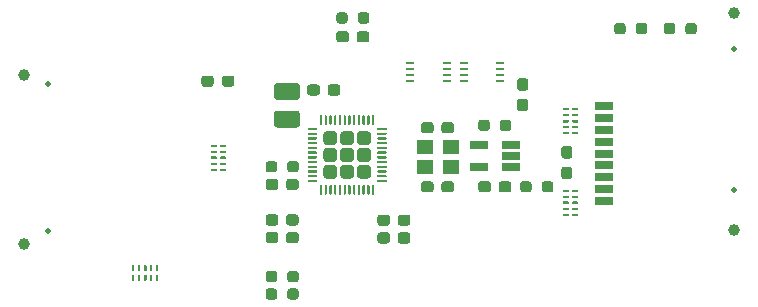
<source format=gbr>
G04 #@! TF.GenerationSoftware,KiCad,Pcbnew,5.1.10-6.fc33*
G04 #@! TF.CreationDate,2021-10-31T18:53:52+00:00*
G04 #@! TF.ProjectId,vl670,766c3637-302e-46b6-9963-61645f706362,rev?*
G04 #@! TF.SameCoordinates,Original*
G04 #@! TF.FileFunction,Paste,Top*
G04 #@! TF.FilePolarity,Positive*
%FSLAX46Y46*%
G04 Gerber Fmt 4.6, Leading zero omitted, Abs format (unit mm)*
G04 Created by KiCad (PCBNEW 5.1.10-6.fc33) date 2021-10-31 18:53:52*
%MOMM*%
%LPD*%
G01*
G04 APERTURE LIST*
%ADD10R,0.500000X0.250000*%
%ADD11R,0.250000X0.500000*%
%ADD12R,1.600000X0.700000*%
%ADD13R,0.750000X0.250000*%
%ADD14R,1.560000X0.650000*%
%ADD15R,1.400000X1.200000*%
%ADD16C,1.000000*%
%ADD17C,0.500000*%
G04 APERTURE END LIST*
G04 #@! TO.C,R1*
G36*
G01*
X195175000Y-133059277D02*
X195175000Y-133534277D01*
G75*
G02*
X194937500Y-133771777I-237500J0D01*
G01*
X194437500Y-133771777D01*
G75*
G02*
X194200000Y-133534277I0J237500D01*
G01*
X194200000Y-133059277D01*
G75*
G02*
X194437500Y-132821777I237500J0D01*
G01*
X194937500Y-132821777D01*
G75*
G02*
X195175000Y-133059277I0J-237500D01*
G01*
G37*
G36*
G01*
X197000000Y-133059277D02*
X197000000Y-133534277D01*
G75*
G02*
X196762500Y-133771777I-237500J0D01*
G01*
X196262500Y-133771777D01*
G75*
G02*
X196025000Y-133534277I0J237500D01*
G01*
X196025000Y-133059277D01*
G75*
G02*
X196262500Y-132821777I237500J0D01*
G01*
X196762500Y-132821777D01*
G75*
G02*
X197000000Y-133059277I0J-237500D01*
G01*
G37*
G04 #@! TD*
G04 #@! TO.C,R2*
G36*
G01*
X195175000Y-134539277D02*
X195175000Y-135014277D01*
G75*
G02*
X194937500Y-135251777I-237500J0D01*
G01*
X194437500Y-135251777D01*
G75*
G02*
X194200000Y-135014277I0J237500D01*
G01*
X194200000Y-134539277D01*
G75*
G02*
X194437500Y-134301777I237500J0D01*
G01*
X194937500Y-134301777D01*
G75*
G02*
X195175000Y-134539277I0J-237500D01*
G01*
G37*
G36*
G01*
X197000000Y-134539277D02*
X197000000Y-135014277D01*
G75*
G02*
X196762500Y-135251777I-237500J0D01*
G01*
X196262500Y-135251777D01*
G75*
G02*
X196025000Y-135014277I0J237500D01*
G01*
X196025000Y-134539277D01*
G75*
G02*
X196262500Y-134301777I237500J0D01*
G01*
X196762500Y-134301777D01*
G75*
G02*
X197000000Y-134539277I0J-237500D01*
G01*
G37*
G04 #@! TD*
D10*
G04 #@! TO.C,D4*
X190602500Y-123750000D03*
X190602500Y-124250000D03*
X189797500Y-124250000D03*
X190602500Y-122750000D03*
X190602500Y-122250000D03*
X189797500Y-123750000D03*
X189797500Y-122250000D03*
X189797500Y-122750000D03*
G36*
G01*
X190415000Y-123125000D02*
X190790000Y-123125000D01*
G75*
G02*
X190852500Y-123187500I0J-62500D01*
G01*
X190852500Y-123312500D01*
G75*
G02*
X190790000Y-123375000I-62500J0D01*
G01*
X190415000Y-123375000D01*
G75*
G02*
X190352500Y-123312500I0J62500D01*
G01*
X190352500Y-123187500D01*
G75*
G02*
X190415000Y-123125000I62500J0D01*
G01*
G37*
G36*
G01*
X189610000Y-123125000D02*
X189985000Y-123125000D01*
G75*
G02*
X190047500Y-123187500I0J-62500D01*
G01*
X190047500Y-123312500D01*
G75*
G02*
X189985000Y-123375000I-62500J0D01*
G01*
X189610000Y-123375000D01*
G75*
G02*
X189547500Y-123312500I0J62500D01*
G01*
X189547500Y-123187500D01*
G75*
G02*
X189610000Y-123125000I62500J0D01*
G01*
G37*
G04 #@! TD*
D11*
G04 #@! TO.C,D1*
X184500000Y-132597500D03*
X185000000Y-132597500D03*
X185000000Y-133402500D03*
X183500000Y-132597500D03*
X183000000Y-132597500D03*
X184500000Y-133402500D03*
X183000000Y-133402500D03*
X183500000Y-133402500D03*
G36*
G01*
X183875000Y-132785000D02*
X183875000Y-132410000D01*
G75*
G02*
X183937500Y-132347500I62500J0D01*
G01*
X184062500Y-132347500D01*
G75*
G02*
X184125000Y-132410000I0J-62500D01*
G01*
X184125000Y-132785000D01*
G75*
G02*
X184062500Y-132847500I-62500J0D01*
G01*
X183937500Y-132847500D01*
G75*
G02*
X183875000Y-132785000I0J62500D01*
G01*
G37*
G36*
G01*
X183875000Y-133590000D02*
X183875000Y-133215000D01*
G75*
G02*
X183937500Y-133152500I62500J0D01*
G01*
X184062500Y-133152500D01*
G75*
G02*
X184125000Y-133215000I0J-62500D01*
G01*
X184125000Y-133590000D01*
G75*
G02*
X184062500Y-133652500I-62500J0D01*
G01*
X183937500Y-133652500D01*
G75*
G02*
X183875000Y-133590000I0J62500D01*
G01*
G37*
G04 #@! TD*
G04 #@! TO.C,C1*
G36*
G01*
X195275000Y-129762500D02*
X195275000Y-130237500D01*
G75*
G02*
X195037500Y-130475000I-237500J0D01*
G01*
X194437500Y-130475000D01*
G75*
G02*
X194200000Y-130237500I0J237500D01*
G01*
X194200000Y-129762500D01*
G75*
G02*
X194437500Y-129525000I237500J0D01*
G01*
X195037500Y-129525000D01*
G75*
G02*
X195275000Y-129762500I0J-237500D01*
G01*
G37*
G36*
G01*
X197000000Y-129762500D02*
X197000000Y-130237500D01*
G75*
G02*
X196762500Y-130475000I-237500J0D01*
G01*
X196162500Y-130475000D01*
G75*
G02*
X195925000Y-130237500I0J237500D01*
G01*
X195925000Y-129762500D01*
G75*
G02*
X196162500Y-129525000I237500J0D01*
G01*
X196762500Y-129525000D01*
G75*
G02*
X197000000Y-129762500I0J-237500D01*
G01*
G37*
G04 #@! TD*
G04 #@! TO.C,C2*
G36*
G01*
X195275000Y-128262500D02*
X195275000Y-128737500D01*
G75*
G02*
X195037500Y-128975000I-237500J0D01*
G01*
X194437500Y-128975000D01*
G75*
G02*
X194200000Y-128737500I0J237500D01*
G01*
X194200000Y-128262500D01*
G75*
G02*
X194437500Y-128025000I237500J0D01*
G01*
X195037500Y-128025000D01*
G75*
G02*
X195275000Y-128262500I0J-237500D01*
G01*
G37*
G36*
G01*
X197000000Y-128262500D02*
X197000000Y-128737500D01*
G75*
G02*
X196762500Y-128975000I-237500J0D01*
G01*
X196162500Y-128975000D01*
G75*
G02*
X195925000Y-128737500I0J237500D01*
G01*
X195925000Y-128262500D01*
G75*
G02*
X196162500Y-128025000I237500J0D01*
G01*
X196762500Y-128025000D01*
G75*
G02*
X197000000Y-128262500I0J-237500D01*
G01*
G37*
G04 #@! TD*
G04 #@! TO.C,R24*
G36*
G01*
X229737500Y-112537500D02*
X229737500Y-112062500D01*
G75*
G02*
X229975000Y-111825000I237500J0D01*
G01*
X230475000Y-111825000D01*
G75*
G02*
X230712500Y-112062500I0J-237500D01*
G01*
X230712500Y-112537500D01*
G75*
G02*
X230475000Y-112775000I-237500J0D01*
G01*
X229975000Y-112775000D01*
G75*
G02*
X229737500Y-112537500I0J237500D01*
G01*
G37*
G36*
G01*
X227912500Y-112537500D02*
X227912500Y-112062500D01*
G75*
G02*
X228150000Y-111825000I237500J0D01*
G01*
X228650000Y-111825000D01*
G75*
G02*
X228887500Y-112062500I0J-237500D01*
G01*
X228887500Y-112537500D01*
G75*
G02*
X228650000Y-112775000I-237500J0D01*
G01*
X228150000Y-112775000D01*
G75*
G02*
X227912500Y-112537500I0J237500D01*
G01*
G37*
G04 #@! TD*
G04 #@! TO.C,D20*
G36*
G01*
X219462500Y-124000000D02*
X219937500Y-124000000D01*
G75*
G02*
X220175000Y-124237500I0J-237500D01*
G01*
X220175000Y-124812500D01*
G75*
G02*
X219937500Y-125050000I-237500J0D01*
G01*
X219462500Y-125050000D01*
G75*
G02*
X219225000Y-124812500I0J237500D01*
G01*
X219225000Y-124237500D01*
G75*
G02*
X219462500Y-124000000I237500J0D01*
G01*
G37*
G36*
G01*
X219462500Y-122250000D02*
X219937500Y-122250000D01*
G75*
G02*
X220175000Y-122487500I0J-237500D01*
G01*
X220175000Y-123062500D01*
G75*
G02*
X219937500Y-123300000I-237500J0D01*
G01*
X219462500Y-123300000D01*
G75*
G02*
X219225000Y-123062500I0J237500D01*
G01*
X219225000Y-122487500D01*
G75*
G02*
X219462500Y-122250000I237500J0D01*
G01*
G37*
G04 #@! TD*
G04 #@! TO.C,R22*
G36*
G01*
X217575000Y-125937500D02*
X217575000Y-125462500D01*
G75*
G02*
X217812500Y-125225000I237500J0D01*
G01*
X218312500Y-125225000D01*
G75*
G02*
X218550000Y-125462500I0J-237500D01*
G01*
X218550000Y-125937500D01*
G75*
G02*
X218312500Y-126175000I-237500J0D01*
G01*
X217812500Y-126175000D01*
G75*
G02*
X217575000Y-125937500I0J237500D01*
G01*
G37*
G36*
G01*
X215750000Y-125937500D02*
X215750000Y-125462500D01*
G75*
G02*
X215987500Y-125225000I237500J0D01*
G01*
X216487500Y-125225000D01*
G75*
G02*
X216725000Y-125462500I0J-237500D01*
G01*
X216725000Y-125937500D01*
G75*
G02*
X216487500Y-126175000I-237500J0D01*
G01*
X215987500Y-126175000D01*
G75*
G02*
X215750000Y-125937500I0J237500D01*
G01*
G37*
G04 #@! TD*
D12*
G04 #@! TO.C,J4*
X222865000Y-126890000D03*
X222865000Y-125890000D03*
X222865000Y-124890000D03*
X222865000Y-123890000D03*
X222865000Y-122890000D03*
X222865000Y-121890000D03*
X222865000Y-120890000D03*
X222865000Y-119890000D03*
X222865000Y-118890000D03*
G04 #@! TD*
D10*
G04 #@! TO.C,D6*
X219597500Y-119642000D03*
X219597500Y-119142000D03*
X220402500Y-119142000D03*
X219597500Y-120642000D03*
X219597500Y-121142000D03*
X220402500Y-119642000D03*
X220402500Y-121142000D03*
X220402500Y-120642000D03*
G36*
G01*
X219785000Y-120267000D02*
X219410000Y-120267000D01*
G75*
G02*
X219347500Y-120204500I0J62500D01*
G01*
X219347500Y-120079500D01*
G75*
G02*
X219410000Y-120017000I62500J0D01*
G01*
X219785000Y-120017000D01*
G75*
G02*
X219847500Y-120079500I0J-62500D01*
G01*
X219847500Y-120204500D01*
G75*
G02*
X219785000Y-120267000I-62500J0D01*
G01*
G37*
G36*
G01*
X220590000Y-120267000D02*
X220215000Y-120267000D01*
G75*
G02*
X220152500Y-120204500I0J62500D01*
G01*
X220152500Y-120079500D01*
G75*
G02*
X220215000Y-120017000I62500J0D01*
G01*
X220590000Y-120017000D01*
G75*
G02*
X220652500Y-120079500I0J-62500D01*
G01*
X220652500Y-120204500D01*
G75*
G02*
X220590000Y-120267000I-62500J0D01*
G01*
G37*
G04 #@! TD*
G04 #@! TO.C,D3*
X220402500Y-127563500D03*
X220402500Y-128063500D03*
X219597500Y-128063500D03*
X220402500Y-126563500D03*
X220402500Y-126063500D03*
X219597500Y-127563500D03*
X219597500Y-126063500D03*
X219597500Y-126563500D03*
G36*
G01*
X220215000Y-126938500D02*
X220590000Y-126938500D01*
G75*
G02*
X220652500Y-127001000I0J-62500D01*
G01*
X220652500Y-127126000D01*
G75*
G02*
X220590000Y-127188500I-62500J0D01*
G01*
X220215000Y-127188500D01*
G75*
G02*
X220152500Y-127126000I0J62500D01*
G01*
X220152500Y-127001000D01*
G75*
G02*
X220215000Y-126938500I62500J0D01*
G01*
G37*
G36*
G01*
X219410000Y-126938500D02*
X219785000Y-126938500D01*
G75*
G02*
X219847500Y-127001000I0J-62500D01*
G01*
X219847500Y-127126000D01*
G75*
G02*
X219785000Y-127188500I-62500J0D01*
G01*
X219410000Y-127188500D01*
G75*
G02*
X219347500Y-127126000I0J62500D01*
G01*
X219347500Y-127001000D01*
G75*
G02*
X219410000Y-126938500I62500J0D01*
G01*
G37*
G04 #@! TD*
D13*
G04 #@! TO.C,U3*
X210950000Y-115250000D03*
X210950000Y-115750000D03*
X210950000Y-116250000D03*
X210950000Y-116750000D03*
X214050000Y-116750000D03*
X214050000Y-116250000D03*
X214050000Y-115750000D03*
X214050000Y-115250000D03*
G04 #@! TD*
G04 #@! TO.C,U5*
X209550000Y-115250000D03*
X209550000Y-115750000D03*
X209550000Y-116250000D03*
X209550000Y-116750000D03*
X206450000Y-116750000D03*
X206450000Y-116250000D03*
X206450000Y-115750000D03*
X206450000Y-115250000D03*
G04 #@! TD*
G04 #@! TO.C,R15*
G36*
G01*
X214025000Y-120737500D02*
X214025000Y-120262500D01*
G75*
G02*
X214262500Y-120025000I237500J0D01*
G01*
X214762500Y-120025000D01*
G75*
G02*
X215000000Y-120262500I0J-237500D01*
G01*
X215000000Y-120737500D01*
G75*
G02*
X214762500Y-120975000I-237500J0D01*
G01*
X214262500Y-120975000D01*
G75*
G02*
X214025000Y-120737500I0J237500D01*
G01*
G37*
G36*
G01*
X212200000Y-120737500D02*
X212200000Y-120262500D01*
G75*
G02*
X212437500Y-120025000I237500J0D01*
G01*
X212937500Y-120025000D01*
G75*
G02*
X213175000Y-120262500I0J-237500D01*
G01*
X213175000Y-120737500D01*
G75*
G02*
X212937500Y-120975000I-237500J0D01*
G01*
X212437500Y-120975000D01*
G75*
G02*
X212200000Y-120737500I0J237500D01*
G01*
G37*
G04 #@! TD*
G04 #@! TO.C,C9*
G36*
G01*
X215712500Y-118225000D02*
X216187500Y-118225000D01*
G75*
G02*
X216425000Y-118462500I0J-237500D01*
G01*
X216425000Y-119062500D01*
G75*
G02*
X216187500Y-119300000I-237500J0D01*
G01*
X215712500Y-119300000D01*
G75*
G02*
X215475000Y-119062500I0J237500D01*
G01*
X215475000Y-118462500D01*
G75*
G02*
X215712500Y-118225000I237500J0D01*
G01*
G37*
G36*
G01*
X215712500Y-116500000D02*
X216187500Y-116500000D01*
G75*
G02*
X216425000Y-116737500I0J-237500D01*
G01*
X216425000Y-117337500D01*
G75*
G02*
X216187500Y-117575000I-237500J0D01*
G01*
X215712500Y-117575000D01*
G75*
G02*
X215475000Y-117337500I0J237500D01*
G01*
X215475000Y-116737500D01*
G75*
G02*
X215712500Y-116500000I237500J0D01*
G01*
G37*
G04 #@! TD*
G04 #@! TO.C,U2*
G36*
G01*
X197741800Y-120850000D02*
X197741800Y-120750000D01*
G75*
G02*
X197791800Y-120700000I50000J0D01*
G01*
X198491800Y-120700000D01*
G75*
G02*
X198541800Y-120750000I0J-50000D01*
G01*
X198541800Y-120850000D01*
G75*
G02*
X198491800Y-120900000I-50000J0D01*
G01*
X197791800Y-120900000D01*
G75*
G02*
X197741800Y-120850000I0J50000D01*
G01*
G37*
G36*
G01*
X197741800Y-121250000D02*
X197741800Y-121150000D01*
G75*
G02*
X197791800Y-121100000I50000J0D01*
G01*
X198491800Y-121100000D01*
G75*
G02*
X198541800Y-121150000I0J-50000D01*
G01*
X198541800Y-121250000D01*
G75*
G02*
X198491800Y-121300000I-50000J0D01*
G01*
X197791800Y-121300000D01*
G75*
G02*
X197741800Y-121250000I0J50000D01*
G01*
G37*
G36*
G01*
X197741800Y-121650000D02*
X197741800Y-121550000D01*
G75*
G02*
X197791800Y-121500000I50000J0D01*
G01*
X198491800Y-121500000D01*
G75*
G02*
X198541800Y-121550000I0J-50000D01*
G01*
X198541800Y-121650000D01*
G75*
G02*
X198491800Y-121700000I-50000J0D01*
G01*
X197791800Y-121700000D01*
G75*
G02*
X197741800Y-121650000I0J50000D01*
G01*
G37*
G36*
G01*
X197741800Y-122050000D02*
X197741800Y-121950000D01*
G75*
G02*
X197791800Y-121900000I50000J0D01*
G01*
X198491800Y-121900000D01*
G75*
G02*
X198541800Y-121950000I0J-50000D01*
G01*
X198541800Y-122050000D01*
G75*
G02*
X198491800Y-122100000I-50000J0D01*
G01*
X197791800Y-122100000D01*
G75*
G02*
X197741800Y-122050000I0J50000D01*
G01*
G37*
G36*
G01*
X197741800Y-122450000D02*
X197741800Y-122350000D01*
G75*
G02*
X197791800Y-122300000I50000J0D01*
G01*
X198491800Y-122300000D01*
G75*
G02*
X198541800Y-122350000I0J-50000D01*
G01*
X198541800Y-122450000D01*
G75*
G02*
X198491800Y-122500000I-50000J0D01*
G01*
X197791800Y-122500000D01*
G75*
G02*
X197741800Y-122450000I0J50000D01*
G01*
G37*
G36*
G01*
X197741800Y-122850000D02*
X197741800Y-122750000D01*
G75*
G02*
X197791800Y-122700000I50000J0D01*
G01*
X198491800Y-122700000D01*
G75*
G02*
X198541800Y-122750000I0J-50000D01*
G01*
X198541800Y-122850000D01*
G75*
G02*
X198491800Y-122900000I-50000J0D01*
G01*
X197791800Y-122900000D01*
G75*
G02*
X197741800Y-122850000I0J50000D01*
G01*
G37*
G36*
G01*
X197741800Y-123250000D02*
X197741800Y-123150000D01*
G75*
G02*
X197791800Y-123100000I50000J0D01*
G01*
X198491800Y-123100000D01*
G75*
G02*
X198541800Y-123150000I0J-50000D01*
G01*
X198541800Y-123250000D01*
G75*
G02*
X198491800Y-123300000I-50000J0D01*
G01*
X197791800Y-123300000D01*
G75*
G02*
X197741800Y-123250000I0J50000D01*
G01*
G37*
G36*
G01*
X197741800Y-123650000D02*
X197741800Y-123550000D01*
G75*
G02*
X197791800Y-123500000I50000J0D01*
G01*
X198491800Y-123500000D01*
G75*
G02*
X198541800Y-123550000I0J-50000D01*
G01*
X198541800Y-123650000D01*
G75*
G02*
X198491800Y-123700000I-50000J0D01*
G01*
X197791800Y-123700000D01*
G75*
G02*
X197741800Y-123650000I0J50000D01*
G01*
G37*
G36*
G01*
X197741800Y-124050000D02*
X197741800Y-123950000D01*
G75*
G02*
X197791800Y-123900000I50000J0D01*
G01*
X198491800Y-123900000D01*
G75*
G02*
X198541800Y-123950000I0J-50000D01*
G01*
X198541800Y-124050000D01*
G75*
G02*
X198491800Y-124100000I-50000J0D01*
G01*
X197791800Y-124100000D01*
G75*
G02*
X197741800Y-124050000I0J50000D01*
G01*
G37*
G36*
G01*
X197741800Y-124450000D02*
X197741800Y-124350000D01*
G75*
G02*
X197791800Y-124300000I50000J0D01*
G01*
X198491800Y-124300000D01*
G75*
G02*
X198541800Y-124350000I0J-50000D01*
G01*
X198541800Y-124450000D01*
G75*
G02*
X198491800Y-124500000I-50000J0D01*
G01*
X197791800Y-124500000D01*
G75*
G02*
X197741800Y-124450000I0J50000D01*
G01*
G37*
G36*
G01*
X197741800Y-124850000D02*
X197741800Y-124750000D01*
G75*
G02*
X197791800Y-124700000I50000J0D01*
G01*
X198491800Y-124700000D01*
G75*
G02*
X198541800Y-124750000I0J-50000D01*
G01*
X198541800Y-124850000D01*
G75*
G02*
X198491800Y-124900000I-50000J0D01*
G01*
X197791800Y-124900000D01*
G75*
G02*
X197741800Y-124850000I0J50000D01*
G01*
G37*
G36*
G01*
X197741800Y-125250000D02*
X197741800Y-125150000D01*
G75*
G02*
X197791800Y-125100000I50000J0D01*
G01*
X198491800Y-125100000D01*
G75*
G02*
X198541800Y-125150000I0J-50000D01*
G01*
X198541800Y-125250000D01*
G75*
G02*
X198491800Y-125300000I-50000J0D01*
G01*
X197791800Y-125300000D01*
G75*
G02*
X197741800Y-125250000I0J50000D01*
G01*
G37*
G36*
G01*
X198791800Y-126300000D02*
X198791800Y-125600000D01*
G75*
G02*
X198841800Y-125550000I50000J0D01*
G01*
X198941800Y-125550000D01*
G75*
G02*
X198991800Y-125600000I0J-50000D01*
G01*
X198991800Y-126300000D01*
G75*
G02*
X198941800Y-126350000I-50000J0D01*
G01*
X198841800Y-126350000D01*
G75*
G02*
X198791800Y-126300000I0J50000D01*
G01*
G37*
G36*
G01*
X199191800Y-126300000D02*
X199191800Y-125600000D01*
G75*
G02*
X199241800Y-125550000I50000J0D01*
G01*
X199341800Y-125550000D01*
G75*
G02*
X199391800Y-125600000I0J-50000D01*
G01*
X199391800Y-126300000D01*
G75*
G02*
X199341800Y-126350000I-50000J0D01*
G01*
X199241800Y-126350000D01*
G75*
G02*
X199191800Y-126300000I0J50000D01*
G01*
G37*
G36*
G01*
X199591800Y-126300000D02*
X199591800Y-125600000D01*
G75*
G02*
X199641800Y-125550000I50000J0D01*
G01*
X199741800Y-125550000D01*
G75*
G02*
X199791800Y-125600000I0J-50000D01*
G01*
X199791800Y-126300000D01*
G75*
G02*
X199741800Y-126350000I-50000J0D01*
G01*
X199641800Y-126350000D01*
G75*
G02*
X199591800Y-126300000I0J50000D01*
G01*
G37*
G36*
G01*
X199991800Y-126300000D02*
X199991800Y-125600000D01*
G75*
G02*
X200041800Y-125550000I50000J0D01*
G01*
X200141800Y-125550000D01*
G75*
G02*
X200191800Y-125600000I0J-50000D01*
G01*
X200191800Y-126300000D01*
G75*
G02*
X200141800Y-126350000I-50000J0D01*
G01*
X200041800Y-126350000D01*
G75*
G02*
X199991800Y-126300000I0J50000D01*
G01*
G37*
G36*
G01*
X200391800Y-126300000D02*
X200391800Y-125600000D01*
G75*
G02*
X200441800Y-125550000I50000J0D01*
G01*
X200541800Y-125550000D01*
G75*
G02*
X200591800Y-125600000I0J-50000D01*
G01*
X200591800Y-126300000D01*
G75*
G02*
X200541800Y-126350000I-50000J0D01*
G01*
X200441800Y-126350000D01*
G75*
G02*
X200391800Y-126300000I0J50000D01*
G01*
G37*
G36*
G01*
X200791800Y-126300000D02*
X200791800Y-125600000D01*
G75*
G02*
X200841800Y-125550000I50000J0D01*
G01*
X200941800Y-125550000D01*
G75*
G02*
X200991800Y-125600000I0J-50000D01*
G01*
X200991800Y-126300000D01*
G75*
G02*
X200941800Y-126350000I-50000J0D01*
G01*
X200841800Y-126350000D01*
G75*
G02*
X200791800Y-126300000I0J50000D01*
G01*
G37*
G36*
G01*
X201191800Y-126300000D02*
X201191800Y-125600000D01*
G75*
G02*
X201241800Y-125550000I50000J0D01*
G01*
X201341800Y-125550000D01*
G75*
G02*
X201391800Y-125600000I0J-50000D01*
G01*
X201391800Y-126300000D01*
G75*
G02*
X201341800Y-126350000I-50000J0D01*
G01*
X201241800Y-126350000D01*
G75*
G02*
X201191800Y-126300000I0J50000D01*
G01*
G37*
G36*
G01*
X201591800Y-126300000D02*
X201591800Y-125600000D01*
G75*
G02*
X201641800Y-125550000I50000J0D01*
G01*
X201741800Y-125550000D01*
G75*
G02*
X201791800Y-125600000I0J-50000D01*
G01*
X201791800Y-126300000D01*
G75*
G02*
X201741800Y-126350000I-50000J0D01*
G01*
X201641800Y-126350000D01*
G75*
G02*
X201591800Y-126300000I0J50000D01*
G01*
G37*
G36*
G01*
X201991800Y-126300000D02*
X201991800Y-125600000D01*
G75*
G02*
X202041800Y-125550000I50000J0D01*
G01*
X202141800Y-125550000D01*
G75*
G02*
X202191800Y-125600000I0J-50000D01*
G01*
X202191800Y-126300000D01*
G75*
G02*
X202141800Y-126350000I-50000J0D01*
G01*
X202041800Y-126350000D01*
G75*
G02*
X201991800Y-126300000I0J50000D01*
G01*
G37*
G36*
G01*
X202391800Y-126300000D02*
X202391800Y-125600000D01*
G75*
G02*
X202441800Y-125550000I50000J0D01*
G01*
X202541800Y-125550000D01*
G75*
G02*
X202591800Y-125600000I0J-50000D01*
G01*
X202591800Y-126300000D01*
G75*
G02*
X202541800Y-126350000I-50000J0D01*
G01*
X202441800Y-126350000D01*
G75*
G02*
X202391800Y-126300000I0J50000D01*
G01*
G37*
G36*
G01*
X202791800Y-126300000D02*
X202791800Y-125600000D01*
G75*
G02*
X202841800Y-125550000I50000J0D01*
G01*
X202941800Y-125550000D01*
G75*
G02*
X202991800Y-125600000I0J-50000D01*
G01*
X202991800Y-126300000D01*
G75*
G02*
X202941800Y-126350000I-50000J0D01*
G01*
X202841800Y-126350000D01*
G75*
G02*
X202791800Y-126300000I0J50000D01*
G01*
G37*
G36*
G01*
X203191800Y-126300000D02*
X203191800Y-125600000D01*
G75*
G02*
X203241800Y-125550000I50000J0D01*
G01*
X203341800Y-125550000D01*
G75*
G02*
X203391800Y-125600000I0J-50000D01*
G01*
X203391800Y-126300000D01*
G75*
G02*
X203341800Y-126350000I-50000J0D01*
G01*
X203241800Y-126350000D01*
G75*
G02*
X203191800Y-126300000I0J50000D01*
G01*
G37*
G36*
G01*
X203641800Y-125250000D02*
X203641800Y-125150000D01*
G75*
G02*
X203691800Y-125100000I50000J0D01*
G01*
X204391800Y-125100000D01*
G75*
G02*
X204441800Y-125150000I0J-50000D01*
G01*
X204441800Y-125250000D01*
G75*
G02*
X204391800Y-125300000I-50000J0D01*
G01*
X203691800Y-125300000D01*
G75*
G02*
X203641800Y-125250000I0J50000D01*
G01*
G37*
G36*
G01*
X203641800Y-124850000D02*
X203641800Y-124750000D01*
G75*
G02*
X203691800Y-124700000I50000J0D01*
G01*
X204391800Y-124700000D01*
G75*
G02*
X204441800Y-124750000I0J-50000D01*
G01*
X204441800Y-124850000D01*
G75*
G02*
X204391800Y-124900000I-50000J0D01*
G01*
X203691800Y-124900000D01*
G75*
G02*
X203641800Y-124850000I0J50000D01*
G01*
G37*
G36*
G01*
X203641800Y-124450000D02*
X203641800Y-124350000D01*
G75*
G02*
X203691800Y-124300000I50000J0D01*
G01*
X204391800Y-124300000D01*
G75*
G02*
X204441800Y-124350000I0J-50000D01*
G01*
X204441800Y-124450000D01*
G75*
G02*
X204391800Y-124500000I-50000J0D01*
G01*
X203691800Y-124500000D01*
G75*
G02*
X203641800Y-124450000I0J50000D01*
G01*
G37*
G36*
G01*
X203641800Y-124050000D02*
X203641800Y-123950000D01*
G75*
G02*
X203691800Y-123900000I50000J0D01*
G01*
X204391800Y-123900000D01*
G75*
G02*
X204441800Y-123950000I0J-50000D01*
G01*
X204441800Y-124050000D01*
G75*
G02*
X204391800Y-124100000I-50000J0D01*
G01*
X203691800Y-124100000D01*
G75*
G02*
X203641800Y-124050000I0J50000D01*
G01*
G37*
G36*
G01*
X203641800Y-123650000D02*
X203641800Y-123550000D01*
G75*
G02*
X203691800Y-123500000I50000J0D01*
G01*
X204391800Y-123500000D01*
G75*
G02*
X204441800Y-123550000I0J-50000D01*
G01*
X204441800Y-123650000D01*
G75*
G02*
X204391800Y-123700000I-50000J0D01*
G01*
X203691800Y-123700000D01*
G75*
G02*
X203641800Y-123650000I0J50000D01*
G01*
G37*
G36*
G01*
X203641800Y-123250000D02*
X203641800Y-123150000D01*
G75*
G02*
X203691800Y-123100000I50000J0D01*
G01*
X204391800Y-123100000D01*
G75*
G02*
X204441800Y-123150000I0J-50000D01*
G01*
X204441800Y-123250000D01*
G75*
G02*
X204391800Y-123300000I-50000J0D01*
G01*
X203691800Y-123300000D01*
G75*
G02*
X203641800Y-123250000I0J50000D01*
G01*
G37*
G36*
G01*
X203641800Y-122850000D02*
X203641800Y-122750000D01*
G75*
G02*
X203691800Y-122700000I50000J0D01*
G01*
X204391800Y-122700000D01*
G75*
G02*
X204441800Y-122750000I0J-50000D01*
G01*
X204441800Y-122850000D01*
G75*
G02*
X204391800Y-122900000I-50000J0D01*
G01*
X203691800Y-122900000D01*
G75*
G02*
X203641800Y-122850000I0J50000D01*
G01*
G37*
G36*
G01*
X203641800Y-122450000D02*
X203641800Y-122350000D01*
G75*
G02*
X203691800Y-122300000I50000J0D01*
G01*
X204391800Y-122300000D01*
G75*
G02*
X204441800Y-122350000I0J-50000D01*
G01*
X204441800Y-122450000D01*
G75*
G02*
X204391800Y-122500000I-50000J0D01*
G01*
X203691800Y-122500000D01*
G75*
G02*
X203641800Y-122450000I0J50000D01*
G01*
G37*
G36*
G01*
X203641800Y-122050000D02*
X203641800Y-121950000D01*
G75*
G02*
X203691800Y-121900000I50000J0D01*
G01*
X204391800Y-121900000D01*
G75*
G02*
X204441800Y-121950000I0J-50000D01*
G01*
X204441800Y-122050000D01*
G75*
G02*
X204391800Y-122100000I-50000J0D01*
G01*
X203691800Y-122100000D01*
G75*
G02*
X203641800Y-122050000I0J50000D01*
G01*
G37*
G36*
G01*
X203641800Y-121650000D02*
X203641800Y-121550000D01*
G75*
G02*
X203691800Y-121500000I50000J0D01*
G01*
X204391800Y-121500000D01*
G75*
G02*
X204441800Y-121550000I0J-50000D01*
G01*
X204441800Y-121650000D01*
G75*
G02*
X204391800Y-121700000I-50000J0D01*
G01*
X203691800Y-121700000D01*
G75*
G02*
X203641800Y-121650000I0J50000D01*
G01*
G37*
G36*
G01*
X203641800Y-121250000D02*
X203641800Y-121150000D01*
G75*
G02*
X203691800Y-121100000I50000J0D01*
G01*
X204391800Y-121100000D01*
G75*
G02*
X204441800Y-121150000I0J-50000D01*
G01*
X204441800Y-121250000D01*
G75*
G02*
X204391800Y-121300000I-50000J0D01*
G01*
X203691800Y-121300000D01*
G75*
G02*
X203641800Y-121250000I0J50000D01*
G01*
G37*
G36*
G01*
X203641800Y-120850000D02*
X203641800Y-120750000D01*
G75*
G02*
X203691800Y-120700000I50000J0D01*
G01*
X204391800Y-120700000D01*
G75*
G02*
X204441800Y-120750000I0J-50000D01*
G01*
X204441800Y-120850000D01*
G75*
G02*
X204391800Y-120900000I-50000J0D01*
G01*
X203691800Y-120900000D01*
G75*
G02*
X203641800Y-120850000I0J50000D01*
G01*
G37*
G36*
G01*
X203191800Y-120400000D02*
X203191800Y-119700000D01*
G75*
G02*
X203241800Y-119650000I50000J0D01*
G01*
X203341800Y-119650000D01*
G75*
G02*
X203391800Y-119700000I0J-50000D01*
G01*
X203391800Y-120400000D01*
G75*
G02*
X203341800Y-120450000I-50000J0D01*
G01*
X203241800Y-120450000D01*
G75*
G02*
X203191800Y-120400000I0J50000D01*
G01*
G37*
G36*
G01*
X202791800Y-120400000D02*
X202791800Y-119700000D01*
G75*
G02*
X202841800Y-119650000I50000J0D01*
G01*
X202941800Y-119650000D01*
G75*
G02*
X202991800Y-119700000I0J-50000D01*
G01*
X202991800Y-120400000D01*
G75*
G02*
X202941800Y-120450000I-50000J0D01*
G01*
X202841800Y-120450000D01*
G75*
G02*
X202791800Y-120400000I0J50000D01*
G01*
G37*
G36*
G01*
X202391800Y-120400000D02*
X202391800Y-119700000D01*
G75*
G02*
X202441800Y-119650000I50000J0D01*
G01*
X202541800Y-119650000D01*
G75*
G02*
X202591800Y-119700000I0J-50000D01*
G01*
X202591800Y-120400000D01*
G75*
G02*
X202541800Y-120450000I-50000J0D01*
G01*
X202441800Y-120450000D01*
G75*
G02*
X202391800Y-120400000I0J50000D01*
G01*
G37*
G36*
G01*
X201991800Y-120400000D02*
X201991800Y-119700000D01*
G75*
G02*
X202041800Y-119650000I50000J0D01*
G01*
X202141800Y-119650000D01*
G75*
G02*
X202191800Y-119700000I0J-50000D01*
G01*
X202191800Y-120400000D01*
G75*
G02*
X202141800Y-120450000I-50000J0D01*
G01*
X202041800Y-120450000D01*
G75*
G02*
X201991800Y-120400000I0J50000D01*
G01*
G37*
G36*
G01*
X201591800Y-120400000D02*
X201591800Y-119700000D01*
G75*
G02*
X201641800Y-119650000I50000J0D01*
G01*
X201741800Y-119650000D01*
G75*
G02*
X201791800Y-119700000I0J-50000D01*
G01*
X201791800Y-120400000D01*
G75*
G02*
X201741800Y-120450000I-50000J0D01*
G01*
X201641800Y-120450000D01*
G75*
G02*
X201591800Y-120400000I0J50000D01*
G01*
G37*
G36*
G01*
X201191800Y-120400000D02*
X201191800Y-119700000D01*
G75*
G02*
X201241800Y-119650000I50000J0D01*
G01*
X201341800Y-119650000D01*
G75*
G02*
X201391800Y-119700000I0J-50000D01*
G01*
X201391800Y-120400000D01*
G75*
G02*
X201341800Y-120450000I-50000J0D01*
G01*
X201241800Y-120450000D01*
G75*
G02*
X201191800Y-120400000I0J50000D01*
G01*
G37*
G36*
G01*
X200791800Y-120400000D02*
X200791800Y-119700000D01*
G75*
G02*
X200841800Y-119650000I50000J0D01*
G01*
X200941800Y-119650000D01*
G75*
G02*
X200991800Y-119700000I0J-50000D01*
G01*
X200991800Y-120400000D01*
G75*
G02*
X200941800Y-120450000I-50000J0D01*
G01*
X200841800Y-120450000D01*
G75*
G02*
X200791800Y-120400000I0J50000D01*
G01*
G37*
G36*
G01*
X200391800Y-120400000D02*
X200391800Y-119700000D01*
G75*
G02*
X200441800Y-119650000I50000J0D01*
G01*
X200541800Y-119650000D01*
G75*
G02*
X200591800Y-119700000I0J-50000D01*
G01*
X200591800Y-120400000D01*
G75*
G02*
X200541800Y-120450000I-50000J0D01*
G01*
X200441800Y-120450000D01*
G75*
G02*
X200391800Y-120400000I0J50000D01*
G01*
G37*
G36*
G01*
X199991800Y-120400000D02*
X199991800Y-119700000D01*
G75*
G02*
X200041800Y-119650000I50000J0D01*
G01*
X200141800Y-119650000D01*
G75*
G02*
X200191800Y-119700000I0J-50000D01*
G01*
X200191800Y-120400000D01*
G75*
G02*
X200141800Y-120450000I-50000J0D01*
G01*
X200041800Y-120450000D01*
G75*
G02*
X199991800Y-120400000I0J50000D01*
G01*
G37*
G36*
G01*
X199591800Y-120400000D02*
X199591800Y-119700000D01*
G75*
G02*
X199641800Y-119650000I50000J0D01*
G01*
X199741800Y-119650000D01*
G75*
G02*
X199791800Y-119700000I0J-50000D01*
G01*
X199791800Y-120400000D01*
G75*
G02*
X199741800Y-120450000I-50000J0D01*
G01*
X199641800Y-120450000D01*
G75*
G02*
X199591800Y-120400000I0J50000D01*
G01*
G37*
G36*
G01*
X199191800Y-120400000D02*
X199191800Y-119700000D01*
G75*
G02*
X199241800Y-119650000I50000J0D01*
G01*
X199341800Y-119650000D01*
G75*
G02*
X199391800Y-119700000I0J-50000D01*
G01*
X199391800Y-120400000D01*
G75*
G02*
X199341800Y-120450000I-50000J0D01*
G01*
X199241800Y-120450000D01*
G75*
G02*
X199191800Y-120400000I0J50000D01*
G01*
G37*
G36*
G01*
X198791800Y-120400000D02*
X198791800Y-119700000D01*
G75*
G02*
X198841800Y-119650000I50000J0D01*
G01*
X198941800Y-119650000D01*
G75*
G02*
X198991800Y-119700000I0J-50000D01*
G01*
X198991800Y-120400000D01*
G75*
G02*
X198941800Y-120450000I-50000J0D01*
G01*
X198841800Y-120450000D01*
G75*
G02*
X198791800Y-120400000I0J50000D01*
G01*
G37*
G36*
G01*
X199081800Y-121900003D02*
X199081800Y-121239997D01*
G75*
G02*
X199331797Y-120990000I249997J0D01*
G01*
X199991803Y-120990000D01*
G75*
G02*
X200241800Y-121239997I0J-249997D01*
G01*
X200241800Y-121900003D01*
G75*
G02*
X199991803Y-122150000I-249997J0D01*
G01*
X199331797Y-122150000D01*
G75*
G02*
X199081800Y-121900003I0J249997D01*
G01*
G37*
G36*
G01*
X199081800Y-123330003D02*
X199081800Y-122669997D01*
G75*
G02*
X199331797Y-122420000I249997J0D01*
G01*
X199991803Y-122420000D01*
G75*
G02*
X200241800Y-122669997I0J-249997D01*
G01*
X200241800Y-123330003D01*
G75*
G02*
X199991803Y-123580000I-249997J0D01*
G01*
X199331797Y-123580000D01*
G75*
G02*
X199081800Y-123330003I0J249997D01*
G01*
G37*
G36*
G01*
X199081800Y-124760003D02*
X199081800Y-124099997D01*
G75*
G02*
X199331797Y-123850000I249997J0D01*
G01*
X199991803Y-123850000D01*
G75*
G02*
X200241800Y-124099997I0J-249997D01*
G01*
X200241800Y-124760003D01*
G75*
G02*
X199991803Y-125010000I-249997J0D01*
G01*
X199331797Y-125010000D01*
G75*
G02*
X199081800Y-124760003I0J249997D01*
G01*
G37*
G36*
G01*
X200511800Y-121900003D02*
X200511800Y-121239997D01*
G75*
G02*
X200761797Y-120990000I249997J0D01*
G01*
X201421803Y-120990000D01*
G75*
G02*
X201671800Y-121239997I0J-249997D01*
G01*
X201671800Y-121900003D01*
G75*
G02*
X201421803Y-122150000I-249997J0D01*
G01*
X200761797Y-122150000D01*
G75*
G02*
X200511800Y-121900003I0J249997D01*
G01*
G37*
G36*
G01*
X200511800Y-123330003D02*
X200511800Y-122669997D01*
G75*
G02*
X200761797Y-122420000I249997J0D01*
G01*
X201421803Y-122420000D01*
G75*
G02*
X201671800Y-122669997I0J-249997D01*
G01*
X201671800Y-123330003D01*
G75*
G02*
X201421803Y-123580000I-249997J0D01*
G01*
X200761797Y-123580000D01*
G75*
G02*
X200511800Y-123330003I0J249997D01*
G01*
G37*
G36*
G01*
X200511800Y-124760003D02*
X200511800Y-124099997D01*
G75*
G02*
X200761797Y-123850000I249997J0D01*
G01*
X201421803Y-123850000D01*
G75*
G02*
X201671800Y-124099997I0J-249997D01*
G01*
X201671800Y-124760003D01*
G75*
G02*
X201421803Y-125010000I-249997J0D01*
G01*
X200761797Y-125010000D01*
G75*
G02*
X200511800Y-124760003I0J249997D01*
G01*
G37*
G36*
G01*
X201941800Y-121900003D02*
X201941800Y-121239997D01*
G75*
G02*
X202191797Y-120990000I249997J0D01*
G01*
X202851803Y-120990000D01*
G75*
G02*
X203101800Y-121239997I0J-249997D01*
G01*
X203101800Y-121900003D01*
G75*
G02*
X202851803Y-122150000I-249997J0D01*
G01*
X202191797Y-122150000D01*
G75*
G02*
X201941800Y-121900003I0J249997D01*
G01*
G37*
G36*
G01*
X201941800Y-123330003D02*
X201941800Y-122669997D01*
G75*
G02*
X202191797Y-122420000I249997J0D01*
G01*
X202851803Y-122420000D01*
G75*
G02*
X203101800Y-122669997I0J-249997D01*
G01*
X203101800Y-123330003D01*
G75*
G02*
X202851803Y-123580000I-249997J0D01*
G01*
X202191797Y-123580000D01*
G75*
G02*
X201941800Y-123330003I0J249997D01*
G01*
G37*
G36*
G01*
X201941800Y-124760003D02*
X201941800Y-124099997D01*
G75*
G02*
X202191797Y-123850000I249997J0D01*
G01*
X202851803Y-123850000D01*
G75*
G02*
X203101800Y-124099997I0J-249997D01*
G01*
X203101800Y-124760003D01*
G75*
G02*
X202851803Y-125010000I-249997J0D01*
G01*
X202191797Y-125010000D01*
G75*
G02*
X201941800Y-124760003I0J249997D01*
G01*
G37*
G04 #@! TD*
G04 #@! TO.C,C7*
G36*
G01*
X204733150Y-129785014D02*
X204733150Y-130260014D01*
G75*
G02*
X204495650Y-130497514I-237500J0D01*
G01*
X203895650Y-130497514D01*
G75*
G02*
X203658150Y-130260014I0J237500D01*
G01*
X203658150Y-129785014D01*
G75*
G02*
X203895650Y-129547514I237500J0D01*
G01*
X204495650Y-129547514D01*
G75*
G02*
X204733150Y-129785014I0J-237500D01*
G01*
G37*
G36*
G01*
X206458150Y-129785014D02*
X206458150Y-130260014D01*
G75*
G02*
X206220650Y-130497514I-237500J0D01*
G01*
X205620650Y-130497514D01*
G75*
G02*
X205383150Y-130260014I0J237500D01*
G01*
X205383150Y-129785014D01*
G75*
G02*
X205620650Y-129547514I237500J0D01*
G01*
X206220650Y-129547514D01*
G75*
G02*
X206458150Y-129785014I0J-237500D01*
G01*
G37*
G04 #@! TD*
G04 #@! TO.C,C8*
G36*
G01*
X206458150Y-128285011D02*
X206458150Y-128760011D01*
G75*
G02*
X206220650Y-128997511I-237500J0D01*
G01*
X205620650Y-128997511D01*
G75*
G02*
X205383150Y-128760011I0J237500D01*
G01*
X205383150Y-128285011D01*
G75*
G02*
X205620650Y-128047511I237500J0D01*
G01*
X206220650Y-128047511D01*
G75*
G02*
X206458150Y-128285011I0J-237500D01*
G01*
G37*
G36*
G01*
X204733150Y-128285011D02*
X204733150Y-128760011D01*
G75*
G02*
X204495650Y-128997511I-237500J0D01*
G01*
X203895650Y-128997511D01*
G75*
G02*
X203658150Y-128760011I0J237500D01*
G01*
X203658150Y-128285011D01*
G75*
G02*
X203895650Y-128047511I237500J0D01*
G01*
X204495650Y-128047511D01*
G75*
G02*
X204733150Y-128285011I0J-237500D01*
G01*
G37*
G04 #@! TD*
G04 #@! TO.C,C10*
G36*
G01*
X210150000Y-120462500D02*
X210150000Y-120937500D01*
G75*
G02*
X209912500Y-121175000I-237500J0D01*
G01*
X209312500Y-121175000D01*
G75*
G02*
X209075000Y-120937500I0J237500D01*
G01*
X209075000Y-120462500D01*
G75*
G02*
X209312500Y-120225000I237500J0D01*
G01*
X209912500Y-120225000D01*
G75*
G02*
X210150000Y-120462500I0J-237500D01*
G01*
G37*
G36*
G01*
X208425000Y-120462500D02*
X208425000Y-120937500D01*
G75*
G02*
X208187500Y-121175000I-237500J0D01*
G01*
X207587500Y-121175000D01*
G75*
G02*
X207350000Y-120937500I0J237500D01*
G01*
X207350000Y-120462500D01*
G75*
G02*
X207587500Y-120225000I237500J0D01*
G01*
X208187500Y-120225000D01*
G75*
G02*
X208425000Y-120462500I0J-237500D01*
G01*
G37*
G04 #@! TD*
G04 #@! TO.C,C11*
G36*
G01*
X209075000Y-125937500D02*
X209075000Y-125462500D01*
G75*
G02*
X209312500Y-125225000I237500J0D01*
G01*
X209912500Y-125225000D01*
G75*
G02*
X210150000Y-125462500I0J-237500D01*
G01*
X210150000Y-125937500D01*
G75*
G02*
X209912500Y-126175000I-237500J0D01*
G01*
X209312500Y-126175000D01*
G75*
G02*
X209075000Y-125937500I0J237500D01*
G01*
G37*
G36*
G01*
X207350000Y-125937500D02*
X207350000Y-125462500D01*
G75*
G02*
X207587500Y-125225000I237500J0D01*
G01*
X208187500Y-125225000D01*
G75*
G02*
X208425000Y-125462500I0J-237500D01*
G01*
X208425000Y-125937500D01*
G75*
G02*
X208187500Y-126175000I-237500J0D01*
G01*
X207587500Y-126175000D01*
G75*
G02*
X207350000Y-125937500I0J237500D01*
G01*
G37*
G04 #@! TD*
G04 #@! TO.C,C13*
G36*
G01*
X201250000Y-112762500D02*
X201250000Y-113237500D01*
G75*
G02*
X201012500Y-113475000I-237500J0D01*
G01*
X200412500Y-113475000D01*
G75*
G02*
X200175000Y-113237500I0J237500D01*
G01*
X200175000Y-112762500D01*
G75*
G02*
X200412500Y-112525000I237500J0D01*
G01*
X201012500Y-112525000D01*
G75*
G02*
X201250000Y-112762500I0J-237500D01*
G01*
G37*
G36*
G01*
X202975000Y-112762500D02*
X202975000Y-113237500D01*
G75*
G02*
X202737500Y-113475000I-237500J0D01*
G01*
X202137500Y-113475000D01*
G75*
G02*
X201900000Y-113237500I0J237500D01*
G01*
X201900000Y-112762500D01*
G75*
G02*
X202137500Y-112525000I237500J0D01*
G01*
X202737500Y-112525000D01*
G75*
G02*
X202975000Y-112762500I0J-237500D01*
G01*
G37*
G04 #@! TD*
G04 #@! TO.C,C19*
G36*
G01*
X212200000Y-125937500D02*
X212200000Y-125462500D01*
G75*
G02*
X212437500Y-125225000I237500J0D01*
G01*
X213037500Y-125225000D01*
G75*
G02*
X213275000Y-125462500I0J-237500D01*
G01*
X213275000Y-125937500D01*
G75*
G02*
X213037500Y-126175000I-237500J0D01*
G01*
X212437500Y-126175000D01*
G75*
G02*
X212200000Y-125937500I0J237500D01*
G01*
G37*
G36*
G01*
X213925000Y-125937500D02*
X213925000Y-125462500D01*
G75*
G02*
X214162500Y-125225000I237500J0D01*
G01*
X214762500Y-125225000D01*
G75*
G02*
X215000000Y-125462500I0J-237500D01*
G01*
X215000000Y-125937500D01*
G75*
G02*
X214762500Y-126175000I-237500J0D01*
G01*
X214162500Y-126175000D01*
G75*
G02*
X213925000Y-125937500I0J237500D01*
G01*
G37*
G04 #@! TD*
G04 #@! TO.C,C44*
G36*
G01*
X197712500Y-117737500D02*
X197712500Y-117262500D01*
G75*
G02*
X197950000Y-117025000I237500J0D01*
G01*
X198550000Y-117025000D01*
G75*
G02*
X198787500Y-117262500I0J-237500D01*
G01*
X198787500Y-117737500D01*
G75*
G02*
X198550000Y-117975000I-237500J0D01*
G01*
X197950000Y-117975000D01*
G75*
G02*
X197712500Y-117737500I0J237500D01*
G01*
G37*
G36*
G01*
X199437500Y-117737500D02*
X199437500Y-117262500D01*
G75*
G02*
X199675000Y-117025000I237500J0D01*
G01*
X200275000Y-117025000D01*
G75*
G02*
X200512500Y-117262500I0J-237500D01*
G01*
X200512500Y-117737500D01*
G75*
G02*
X200275000Y-117975000I-237500J0D01*
G01*
X199675000Y-117975000D01*
G75*
G02*
X199437500Y-117737500I0J237500D01*
G01*
G37*
G04 #@! TD*
G04 #@! TO.C,C51*
G36*
G01*
X197000000Y-125262500D02*
X197000000Y-125737500D01*
G75*
G02*
X196762500Y-125975000I-237500J0D01*
G01*
X196162500Y-125975000D01*
G75*
G02*
X195925000Y-125737500I0J237500D01*
G01*
X195925000Y-125262500D01*
G75*
G02*
X196162500Y-125025000I237500J0D01*
G01*
X196762500Y-125025000D01*
G75*
G02*
X197000000Y-125262500I0J-237500D01*
G01*
G37*
G36*
G01*
X195275000Y-125262500D02*
X195275000Y-125737500D01*
G75*
G02*
X195037500Y-125975000I-237500J0D01*
G01*
X194437500Y-125975000D01*
G75*
G02*
X194200000Y-125737500I0J237500D01*
G01*
X194200000Y-125262500D01*
G75*
G02*
X194437500Y-125025000I237500J0D01*
G01*
X195037500Y-125025000D01*
G75*
G02*
X195275000Y-125262500I0J-237500D01*
G01*
G37*
G04 #@! TD*
G04 #@! TO.C,D2*
G36*
G01*
X190500000Y-116987500D02*
X190500000Y-116512500D01*
G75*
G02*
X190737500Y-116275000I237500J0D01*
G01*
X191312500Y-116275000D01*
G75*
G02*
X191550000Y-116512500I0J-237500D01*
G01*
X191550000Y-116987500D01*
G75*
G02*
X191312500Y-117225000I-237500J0D01*
G01*
X190737500Y-117225000D01*
G75*
G02*
X190500000Y-116987500I0J237500D01*
G01*
G37*
G36*
G01*
X188750000Y-116987500D02*
X188750000Y-116512500D01*
G75*
G02*
X188987500Y-116275000I237500J0D01*
G01*
X189562500Y-116275000D01*
G75*
G02*
X189800000Y-116512500I0J-237500D01*
G01*
X189800000Y-116987500D01*
G75*
G02*
X189562500Y-117225000I-237500J0D01*
G01*
X188987500Y-117225000D01*
G75*
G02*
X188750000Y-116987500I0J237500D01*
G01*
G37*
G04 #@! TD*
G04 #@! TO.C,L1*
G36*
G01*
X195150000Y-116925000D02*
X196850000Y-116925000D01*
G75*
G02*
X197100000Y-117175000I0J-250000D01*
G01*
X197100000Y-118100000D01*
G75*
G02*
X196850000Y-118350000I-250000J0D01*
G01*
X195150000Y-118350000D01*
G75*
G02*
X194900000Y-118100000I0J250000D01*
G01*
X194900000Y-117175000D01*
G75*
G02*
X195150000Y-116925000I250000J0D01*
G01*
G37*
G36*
G01*
X195150000Y-119250000D02*
X196850000Y-119250000D01*
G75*
G02*
X197100000Y-119500000I0J-250000D01*
G01*
X197100000Y-120425000D01*
G75*
G02*
X196850000Y-120675000I-250000J0D01*
G01*
X195150000Y-120675000D01*
G75*
G02*
X194900000Y-120425000I0J250000D01*
G01*
X194900000Y-119500000D01*
G75*
G02*
X195150000Y-119250000I250000J0D01*
G01*
G37*
G04 #@! TD*
G04 #@! TO.C,R3*
G36*
G01*
X226500000Y-112062500D02*
X226500000Y-112537500D01*
G75*
G02*
X226262500Y-112775000I-237500J0D01*
G01*
X225762500Y-112775000D01*
G75*
G02*
X225525000Y-112537500I0J237500D01*
G01*
X225525000Y-112062500D01*
G75*
G02*
X225762500Y-111825000I237500J0D01*
G01*
X226262500Y-111825000D01*
G75*
G02*
X226500000Y-112062500I0J-237500D01*
G01*
G37*
G36*
G01*
X224675000Y-112062500D02*
X224675000Y-112537500D01*
G75*
G02*
X224437500Y-112775000I-237500J0D01*
G01*
X223937500Y-112775000D01*
G75*
G02*
X223700000Y-112537500I0J237500D01*
G01*
X223700000Y-112062500D01*
G75*
G02*
X223937500Y-111825000I237500J0D01*
G01*
X224437500Y-111825000D01*
G75*
G02*
X224675000Y-112062500I0J-237500D01*
G01*
G37*
G04 #@! TD*
G04 #@! TO.C,R4*
G36*
G01*
X202000000Y-111637500D02*
X202000000Y-111162500D01*
G75*
G02*
X202237500Y-110925000I237500J0D01*
G01*
X202737500Y-110925000D01*
G75*
G02*
X202975000Y-111162500I0J-237500D01*
G01*
X202975000Y-111637500D01*
G75*
G02*
X202737500Y-111875000I-237500J0D01*
G01*
X202237500Y-111875000D01*
G75*
G02*
X202000000Y-111637500I0J237500D01*
G01*
G37*
G36*
G01*
X200175000Y-111637500D02*
X200175000Y-111162500D01*
G75*
G02*
X200412500Y-110925000I237500J0D01*
G01*
X200912500Y-110925000D01*
G75*
G02*
X201150000Y-111162500I0J-237500D01*
G01*
X201150000Y-111637500D01*
G75*
G02*
X200912500Y-111875000I-237500J0D01*
G01*
X200412500Y-111875000D01*
G75*
G02*
X200175000Y-111637500I0J237500D01*
G01*
G37*
G04 #@! TD*
D14*
G04 #@! TO.C,U4*
X214950000Y-124050000D03*
X214950000Y-123100000D03*
X214950000Y-122150000D03*
X212250000Y-122150000D03*
X212250000Y-124050000D03*
G04 #@! TD*
D15*
G04 #@! TO.C,Y1*
X207700000Y-124050000D03*
X209900000Y-124050000D03*
X209900000Y-122350000D03*
X207700000Y-122350000D03*
G04 #@! TD*
G04 #@! TO.C,R19*
G36*
G01*
X195175000Y-123762500D02*
X195175000Y-124237500D01*
G75*
G02*
X194937500Y-124475000I-237500J0D01*
G01*
X194437500Y-124475000D01*
G75*
G02*
X194200000Y-124237500I0J237500D01*
G01*
X194200000Y-123762500D01*
G75*
G02*
X194437500Y-123525000I237500J0D01*
G01*
X194937500Y-123525000D01*
G75*
G02*
X195175000Y-123762500I0J-237500D01*
G01*
G37*
G36*
G01*
X197000000Y-123762500D02*
X197000000Y-124237500D01*
G75*
G02*
X196762500Y-124475000I-237500J0D01*
G01*
X196262500Y-124475000D01*
G75*
G02*
X196025000Y-124237500I0J237500D01*
G01*
X196025000Y-123762500D01*
G75*
G02*
X196262500Y-123525000I237500J0D01*
G01*
X196762500Y-123525000D01*
G75*
G02*
X197000000Y-123762500I0J-237500D01*
G01*
G37*
G04 #@! TD*
D16*
G04 #@! TO.C,FID1*
X173736000Y-116205000D03*
G04 #@! TD*
D17*
G04 #@! TO.C,FID2*
X175768000Y-116967000D03*
G04 #@! TD*
D16*
G04 #@! TO.C,FID3*
X233886000Y-110998000D03*
G04 #@! TD*
D17*
G04 #@! TO.C,FID4*
X175768000Y-129413000D03*
G04 #@! TD*
D16*
G04 #@! TO.C,FID5*
X173736000Y-130556000D03*
G04 #@! TD*
D17*
G04 #@! TO.C,FID6*
X233886000Y-114000000D03*
G04 #@! TD*
D16*
G04 #@! TO.C,FID7*
X233886000Y-129318000D03*
G04 #@! TD*
D17*
G04 #@! TO.C,FID8*
X233886000Y-126000000D03*
G04 #@! TD*
M02*

</source>
